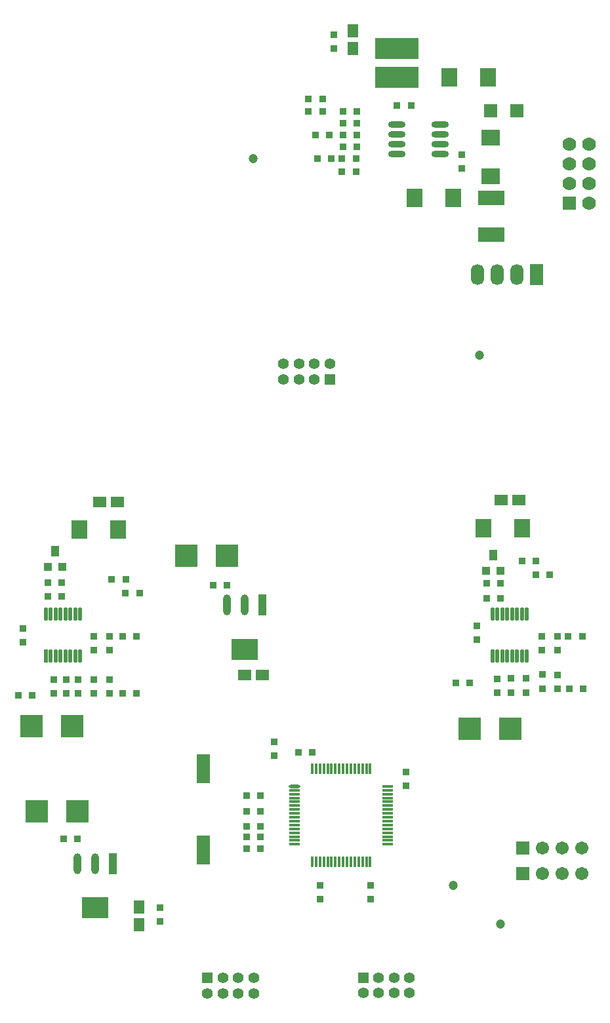
<source format=gts>
G04 Layer_Color=8388736*
%FSLAX25Y25*%
%MOIN*%
G70*
G01*
G75*
%ADD62R,0.03800X0.03800*%
%ADD63R,0.03950X0.10642*%
%ADD64O,0.03950X0.10642*%
%ADD65R,0.13398X0.10642*%
%ADD66R,0.11627X0.11627*%
%ADD67R,0.06800X0.05800*%
%ADD68R,0.02178X0.06706*%
%ADD69O,0.02178X0.06706*%
%ADD70R,0.03800X0.03800*%
%ADD71R,0.04400X0.05800*%
%ADD72R,0.04400X0.04400*%
%ADD73R,0.08300X0.09800*%
%ADD74C,0.04737*%
%ADD75R,0.06800X0.14579*%
%ADD76O,0.08800X0.03200*%
%ADD77R,0.05800X0.01800*%
%ADD78O,0.05800X0.01800*%
%ADD79R,0.01800X0.05800*%
%ADD80R,0.22453X0.10642*%
%ADD81R,0.13300X0.07587*%
%ADD82R,0.09800X0.08300*%
%ADD83R,0.05800X0.06800*%
%ADD84R,0.06800X0.06800*%
%ADD85R,0.06706X0.06706*%
%ADD86C,0.06706*%
%ADD87C,0.07000*%
%ADD88R,0.07000X0.07000*%
%ADD89C,0.05524*%
%ADD90R,0.05524X0.05524*%
%ADD91O,0.06706X0.10642*%
%ADD92R,0.06706X0.10642*%
D62*
X150755Y130500D02*
D03*
X157842D02*
D03*
X114500Y215500D02*
D03*
X107413D02*
D03*
X271413Y221000D02*
D03*
X278500D02*
D03*
X264500Y228000D02*
D03*
X271587D02*
D03*
X288500Y163000D02*
D03*
X295587D02*
D03*
X288000Y189500D02*
D03*
X295087D02*
D03*
X253587Y216500D02*
D03*
X246500D02*
D03*
X63000Y211500D02*
D03*
X70087D02*
D03*
X253587Y209000D02*
D03*
X246500D02*
D03*
X230913Y166000D02*
D03*
X238000D02*
D03*
X8500Y159500D02*
D03*
X15587D02*
D03*
X61500Y160500D02*
D03*
X68587D02*
D03*
X61500Y189500D02*
D03*
X68587D02*
D03*
X56000Y218500D02*
D03*
X63087D02*
D03*
X30587Y217000D02*
D03*
X23500D02*
D03*
X180087Y426000D02*
D03*
X173000D02*
D03*
X167500Y432500D02*
D03*
X160413D02*
D03*
X180087D02*
D03*
X173000D02*
D03*
X180500Y444500D02*
D03*
X173413D02*
D03*
X180500Y450500D02*
D03*
X173413D02*
D03*
X180587Y456500D02*
D03*
X173500D02*
D03*
X156000Y463000D02*
D03*
X163087D02*
D03*
Y456500D02*
D03*
X156000D02*
D03*
X131500Y87500D02*
D03*
X124413D02*
D03*
X38500Y86500D02*
D03*
X31413D02*
D03*
X30587Y210000D02*
D03*
X23500D02*
D03*
X166500Y444500D02*
D03*
X159413D02*
D03*
X180500Y438500D02*
D03*
X173413D02*
D03*
X201000Y459500D02*
D03*
X208087D02*
D03*
X124413Y81500D02*
D03*
X131500D02*
D03*
X131487Y100359D02*
D03*
X124400D02*
D03*
X131487Y108500D02*
D03*
X124400D02*
D03*
X131487Y92859D02*
D03*
X124400D02*
D03*
D63*
X132555Y205500D02*
D03*
X56555Y74000D02*
D03*
D64*
X123500Y205500D02*
D03*
X114445D02*
D03*
X47500Y74000D02*
D03*
X38445D02*
D03*
D65*
X123555Y183000D02*
D03*
X47555Y51500D02*
D03*
D66*
X114500Y230500D02*
D03*
X93831D02*
D03*
X258500Y142500D02*
D03*
X237831D02*
D03*
X36008Y143858D02*
D03*
X15338D02*
D03*
X38500Y100500D02*
D03*
X17831D02*
D03*
D67*
X123500Y170000D02*
D03*
X132500D02*
D03*
X263000Y259000D02*
D03*
X254000D02*
D03*
X59000Y258000D02*
D03*
X50000D02*
D03*
D68*
X249500Y179500D02*
D03*
X22500D02*
D03*
D69*
X252000D02*
D03*
X254500D02*
D03*
X257000D02*
D03*
X259500D02*
D03*
X262000D02*
D03*
X264500D02*
D03*
X267000D02*
D03*
Y200760D02*
D03*
X264500D02*
D03*
X262000D02*
D03*
X259500D02*
D03*
X257000D02*
D03*
X254500D02*
D03*
X252000D02*
D03*
X249500D02*
D03*
X25000Y179500D02*
D03*
X27500D02*
D03*
X30000D02*
D03*
X32500D02*
D03*
X35000D02*
D03*
X37500D02*
D03*
X40000D02*
D03*
Y200760D02*
D03*
X37500D02*
D03*
X35000D02*
D03*
X32500D02*
D03*
X30000D02*
D03*
X27500D02*
D03*
X25000D02*
D03*
X22500D02*
D03*
D70*
X282500Y189587D02*
D03*
Y182500D02*
D03*
Y162913D02*
D03*
Y170000D02*
D03*
X274500Y189587D02*
D03*
Y182500D02*
D03*
X275000Y170087D02*
D03*
Y163000D02*
D03*
X259000Y168087D02*
D03*
Y161000D02*
D03*
X252000Y168000D02*
D03*
Y160913D02*
D03*
X266500Y168087D02*
D03*
Y161000D02*
D03*
X47000Y167500D02*
D03*
Y160413D02*
D03*
X241500Y187913D02*
D03*
Y195000D02*
D03*
X55000Y189500D02*
D03*
Y182413D02*
D03*
Y160500D02*
D03*
Y167587D02*
D03*
X11000Y186500D02*
D03*
Y193587D02*
D03*
X234000Y427413D02*
D03*
Y434500D02*
D03*
X47000Y189587D02*
D03*
Y182500D02*
D03*
X33000Y167500D02*
D03*
Y160413D02*
D03*
X39000Y167500D02*
D03*
Y160413D02*
D03*
X26500Y167500D02*
D03*
Y160413D02*
D03*
X169000Y495587D02*
D03*
Y488500D02*
D03*
X205500Y120500D02*
D03*
Y113413D02*
D03*
X138500Y128913D02*
D03*
Y136000D02*
D03*
X187500Y55913D02*
D03*
Y63000D02*
D03*
X162003Y55772D02*
D03*
Y62859D02*
D03*
X80500Y44413D02*
D03*
Y51500D02*
D03*
D71*
X250000Y231000D02*
D03*
X27300Y233000D02*
D03*
D72*
X246200Y223000D02*
D03*
X253700D02*
D03*
X23500Y225000D02*
D03*
X31000D02*
D03*
D73*
X244815Y244500D02*
D03*
X264500D02*
D03*
X39500Y244000D02*
D03*
X59185D02*
D03*
X247185Y474000D02*
D03*
X227500D02*
D03*
X210000Y412500D02*
D03*
X229685D02*
D03*
D74*
X243000Y332500D02*
D03*
X229460Y62788D02*
D03*
X253677Y43149D02*
D03*
X128000Y432500D02*
D03*
D75*
X102500Y81000D02*
D03*
Y122339D02*
D03*
D76*
X223000Y450000D02*
D03*
Y445000D02*
D03*
Y440000D02*
D03*
Y435000D02*
D03*
X201000D02*
D03*
Y440000D02*
D03*
Y445000D02*
D03*
Y450000D02*
D03*
D77*
X148983Y89623D02*
D03*
Y85686D02*
D03*
Y91591D02*
D03*
Y111276D02*
D03*
Y109308D02*
D03*
Y107339D02*
D03*
Y105371D02*
D03*
Y93560D02*
D03*
Y87654D02*
D03*
Y97497D02*
D03*
X196228Y87654D02*
D03*
X148983Y83717D02*
D03*
Y99465D02*
D03*
Y103402D02*
D03*
X196228Y113245D02*
D03*
Y111276D02*
D03*
Y109308D02*
D03*
Y107339D02*
D03*
Y105371D02*
D03*
Y103402D02*
D03*
Y101434D02*
D03*
Y99465D02*
D03*
Y97497D02*
D03*
Y95528D02*
D03*
Y93560D02*
D03*
Y91591D02*
D03*
Y89623D02*
D03*
Y85686D02*
D03*
Y83717D02*
D03*
X148983Y101434D02*
D03*
Y95528D02*
D03*
D78*
X148984Y113245D02*
D03*
D79*
X177527Y74859D02*
D03*
X175558D02*
D03*
X173590D02*
D03*
X179495D02*
D03*
X161779D02*
D03*
X183432D02*
D03*
X169653Y122103D02*
D03*
X187369Y74859D02*
D03*
X185401D02*
D03*
X181464D02*
D03*
X171621D02*
D03*
X169653D02*
D03*
X167684D02*
D03*
X165716D02*
D03*
X163747D02*
D03*
X159810D02*
D03*
X157842D02*
D03*
X157842Y122103D02*
D03*
X159810D02*
D03*
X165716D02*
D03*
X167684D02*
D03*
X171621D02*
D03*
X173590D02*
D03*
X175558D02*
D03*
X177527D02*
D03*
X179495D02*
D03*
X181464D02*
D03*
X183432D02*
D03*
X185401D02*
D03*
X187369D02*
D03*
X163747D02*
D03*
X161779D02*
D03*
D80*
X201000Y474000D02*
D03*
Y488567D02*
D03*
D81*
X249000Y394000D02*
D03*
Y412500D02*
D03*
D82*
X248500Y423500D02*
D03*
Y443185D02*
D03*
D83*
X70000Y52000D02*
D03*
Y43000D02*
D03*
X178500Y497500D02*
D03*
Y488500D02*
D03*
D84*
X262000Y457000D02*
D03*
X248500D02*
D03*
D85*
X265000Y69000D02*
D03*
Y82000D02*
D03*
D86*
X295000Y69000D02*
D03*
X275000D02*
D03*
X285000D02*
D03*
X295000Y82000D02*
D03*
X275000D02*
D03*
X285000D02*
D03*
D87*
X298500Y440000D02*
D03*
X288500D02*
D03*
X298500Y430000D02*
D03*
X288500D02*
D03*
X298500Y420000D02*
D03*
X288500D02*
D03*
X298500Y410000D02*
D03*
D88*
X288500D02*
D03*
D89*
X207374Y8126D02*
D03*
Y16000D02*
D03*
X199500Y8126D02*
D03*
Y16000D02*
D03*
X191626Y8126D02*
D03*
Y16000D02*
D03*
X183752Y8126D02*
D03*
X104626Y8000D02*
D03*
X112500Y15874D02*
D03*
Y8000D02*
D03*
X120374Y15874D02*
D03*
Y8000D02*
D03*
X128248Y15874D02*
D03*
Y8000D02*
D03*
X143285Y328024D02*
D03*
Y320150D02*
D03*
X151159Y328024D02*
D03*
Y320150D02*
D03*
X159033Y328024D02*
D03*
Y320150D02*
D03*
X166907Y328024D02*
D03*
D90*
X183752Y16000D02*
D03*
X104626Y15874D02*
D03*
X166907Y320150D02*
D03*
D91*
X242000Y373500D02*
D03*
X252000D02*
D03*
X262000D02*
D03*
D92*
X272000D02*
D03*
M02*

</source>
